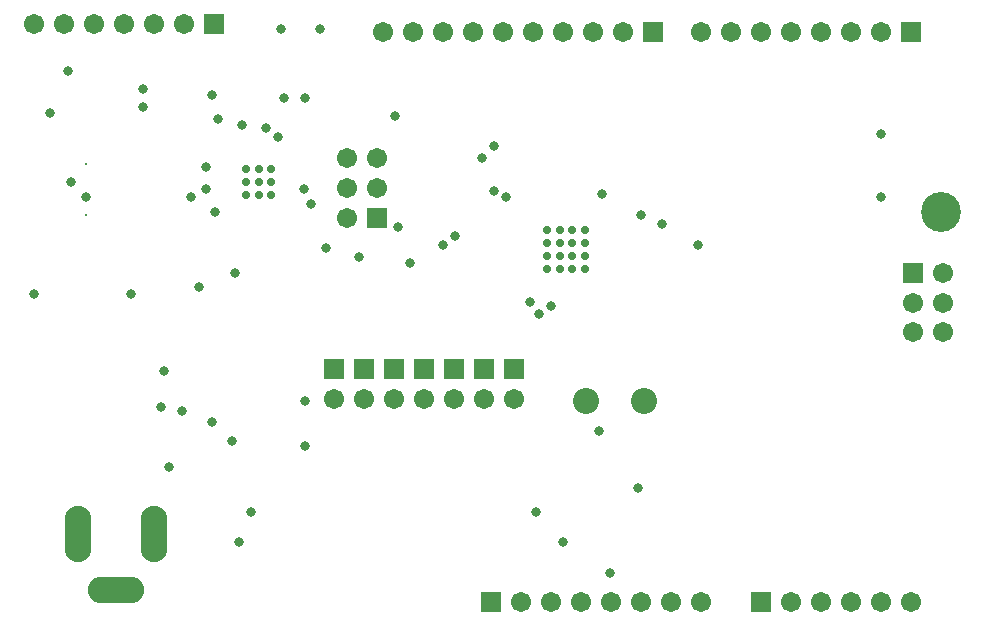
<source format=gbs>
G04 Layer_Color=16711935*
%FSLAX25Y25*%
%MOIN*%
G70*
G01*
G75*
%ADD67C,0.06706*%
%ADD68R,0.06706X0.06706*%
%ADD69O,0.08800X0.18800*%
%ADD70O,0.18800X0.08800*%
%ADD71C,0.13300*%
%ADD72C,0.00800*%
%ADD73C,0.08674*%
%ADD74R,0.06706X0.06706*%
%ADD75C,0.03200*%
%ADD76C,0.02769*%
D67*
X220000Y10000D02*
D03*
X210000D02*
D03*
X190000D02*
D03*
X180000D02*
D03*
X170000D02*
D03*
X200000D02*
D03*
X230000D02*
D03*
X112000Y148000D02*
D03*
X122000D02*
D03*
X112000Y138000D02*
D03*
X121999Y157901D02*
D03*
X111999D02*
D03*
X124000Y200000D02*
D03*
X134000D02*
D03*
X144000D02*
D03*
X174000D02*
D03*
X204000D02*
D03*
X194000D02*
D03*
X184000D02*
D03*
X164000D02*
D03*
X154000D02*
D03*
X240000D02*
D03*
X250000D02*
D03*
X270000D02*
D03*
X280000D02*
D03*
X290000D02*
D03*
X260000D02*
D03*
X230000D02*
D03*
X290000Y10000D02*
D03*
X260000D02*
D03*
X270000D02*
D03*
X280000D02*
D03*
X300000D02*
D03*
X310551Y109803D02*
D03*
X300551D02*
D03*
X310551Y119803D02*
D03*
X300552Y99902D02*
D03*
X310552D02*
D03*
X27500Y202500D02*
D03*
X57500D02*
D03*
X47500D02*
D03*
X37500D02*
D03*
X17500D02*
D03*
X7500D02*
D03*
X107500Y77500D02*
D03*
X117500D02*
D03*
X127500D02*
D03*
X137500D02*
D03*
X147500D02*
D03*
X157500D02*
D03*
X167500D02*
D03*
D68*
X160000Y10000D02*
D03*
X122000Y138000D02*
D03*
X214000Y200000D02*
D03*
X300000D02*
D03*
X250000Y10000D02*
D03*
X300551Y119803D02*
D03*
X67500Y202500D02*
D03*
D69*
X47500Y32500D02*
D03*
X22303D02*
D03*
D70*
X34902Y13996D02*
D03*
D71*
X310000Y140000D02*
D03*
D72*
X25000Y156161D02*
D03*
Y138839D02*
D03*
D73*
X191787Y77000D02*
D03*
X211000D02*
D03*
D74*
X107500Y87500D02*
D03*
X117500D02*
D03*
X127500D02*
D03*
X137500D02*
D03*
X147500D02*
D03*
X157500D02*
D03*
X167500D02*
D03*
D75*
X199500Y19500D02*
D03*
X51000Y87000D02*
D03*
X50000Y75000D02*
D03*
X57000Y73500D02*
D03*
X105000Y128000D02*
D03*
X161000Y162000D02*
D03*
X157000Y158000D02*
D03*
X91000Y178000D02*
D03*
X98000D02*
D03*
X161000Y147000D02*
D03*
X129000Y135000D02*
D03*
X165000Y145000D02*
D03*
X103000Y201000D02*
D03*
X90000D02*
D03*
X175000Y40000D02*
D03*
X80000D02*
D03*
X67000Y70000D02*
D03*
X98000Y62000D02*
D03*
X74500Y119500D02*
D03*
X60000Y145000D02*
D03*
X62500Y115000D02*
D03*
X73760Y63760D02*
D03*
X100000Y142500D02*
D03*
X97500Y147500D02*
D03*
X52500Y55000D02*
D03*
X7500Y112500D02*
D03*
X25000Y145000D02*
D03*
X40000Y112500D02*
D03*
X20000Y150000D02*
D03*
X229000Y129000D02*
D03*
X217000Y136000D02*
D03*
X210000Y139000D02*
D03*
X197000Y146000D02*
D03*
X173000Y110000D02*
D03*
X65000Y147500D02*
D03*
Y155000D02*
D03*
X44000Y175000D02*
D03*
X68000Y140000D02*
D03*
X85000Y168000D02*
D03*
X89000Y165000D02*
D03*
X19000Y187000D02*
D03*
X76000Y30000D02*
D03*
X184000D02*
D03*
X148000Y132000D02*
D03*
X176000Y106000D02*
D03*
X180000Y108500D02*
D03*
X290000Y166000D02*
D03*
X116000Y125000D02*
D03*
X128000Y172000D02*
D03*
X44000Y181000D02*
D03*
X77000Y169000D02*
D03*
X69000Y171000D02*
D03*
X67000Y179000D02*
D03*
X144000Y129000D02*
D03*
X133000Y123000D02*
D03*
X209000Y48000D02*
D03*
X196000Y67000D02*
D03*
X13000Y173000D02*
D03*
X98000Y77000D02*
D03*
X290000Y145000D02*
D03*
D76*
X78169Y154331D02*
D03*
Y150000D02*
D03*
Y145669D02*
D03*
X86831Y154331D02*
D03*
Y150000D02*
D03*
Y145669D02*
D03*
X82500Y154331D02*
D03*
Y150000D02*
D03*
Y145669D02*
D03*
X191496Y133996D02*
D03*
Y129665D02*
D03*
Y125335D02*
D03*
Y121004D02*
D03*
X187165Y133996D02*
D03*
Y129665D02*
D03*
Y125335D02*
D03*
Y121004D02*
D03*
X182835Y133996D02*
D03*
Y129665D02*
D03*
Y125335D02*
D03*
Y121004D02*
D03*
X178504Y133996D02*
D03*
Y129665D02*
D03*
Y125335D02*
D03*
Y121004D02*
D03*
M02*

</source>
